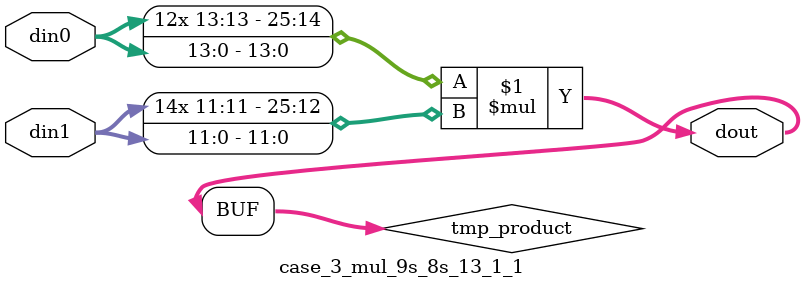
<source format=v>

`timescale 1 ns / 1 ps

 module case_3_mul_9s_8s_13_1_1(din0, din1, dout);
parameter ID = 1;
parameter NUM_STAGE = 0;
parameter din0_WIDTH = 14;
parameter din1_WIDTH = 12;
parameter dout_WIDTH = 26;

input [din0_WIDTH - 1 : 0] din0; 
input [din1_WIDTH - 1 : 0] din1; 
output [dout_WIDTH - 1 : 0] dout;

wire signed [dout_WIDTH - 1 : 0] tmp_product;



























assign tmp_product = $signed(din0) * $signed(din1);








assign dout = tmp_product;





















endmodule

</source>
